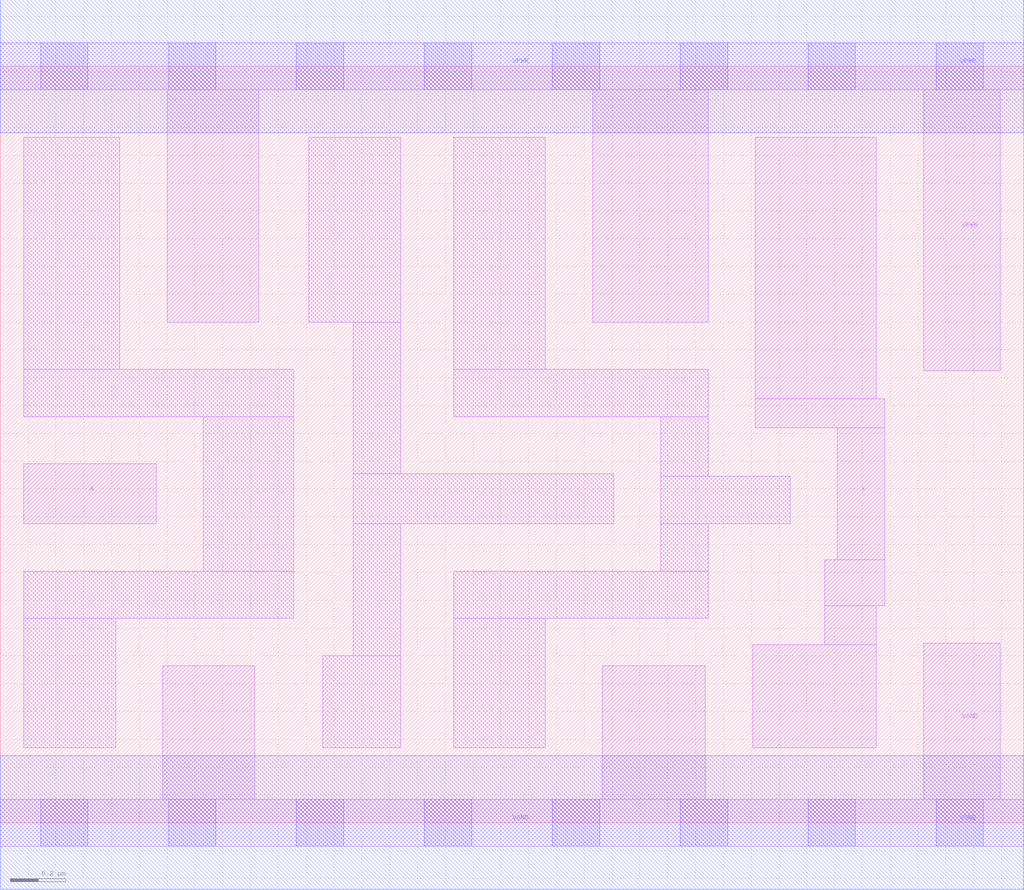
<source format=lef>
# Copyright 2020 The SkyWater PDK Authors
#
# Licensed under the Apache License, Version 2.0 (the "License");
# you may not use this file except in compliance with the License.
# You may obtain a copy of the License at
#
#     https://www.apache.org/licenses/LICENSE-2.0
#
# Unless required by applicable law or agreed to in writing, software
# distributed under the License is distributed on an "AS IS" BASIS,
# WITHOUT WARRANTIES OR CONDITIONS OF ANY KIND, either express or implied.
# See the License for the specific language governing permissions and
# limitations under the License.
#
# SPDX-License-Identifier: Apache-2.0

VERSION 5.7 ;
  NAMESCASESENSITIVE ON ;
  NOWIREEXTENSIONATPIN ON ;
  DIVIDERCHAR "/" ;
  BUSBITCHARS "[]" ;
UNITS
  DATABASE MICRONS 200 ;
END UNITS
MACRO sky130_fd_sc_hd__clkdlybuf4s18_2
  CLASS CORE ;
  SOURCE USER ;
  FOREIGN sky130_fd_sc_hd__clkdlybuf4s18_2 ;
  ORIGIN  0.000000  0.000000 ;
  SIZE  3.680000 BY  2.720000 ;
  SYMMETRY X Y R90 ;
  SITE unithd ;
  PIN A
    ANTENNAGATEAREA  0.213000 ;
    DIRECTION INPUT ;
    USE SIGNAL ;
    PORT
      LAYER li1 ;
        RECT 0.085000 1.075000 0.560000 1.290000 ;
    END
  END A
  PIN X
    ANTENNADIFFAREA  0.397600 ;
    DIRECTION OUTPUT ;
    USE SIGNAL ;
    PORT
      LAYER li1 ;
        RECT 2.705000 0.270000 3.150000 0.640000 ;
        RECT 2.715000 1.420000 3.180000 1.525000 ;
        RECT 2.715000 1.525000 3.150000 2.465000 ;
        RECT 2.965000 0.640000 3.150000 0.780000 ;
        RECT 2.965000 0.780000 3.180000 0.945000 ;
        RECT 3.010000 0.945000 3.180000 1.420000 ;
    END
  END X
  PIN VGND
    DIRECTION INOUT ;
    SHAPE ABUTMENT ;
    USE GROUND ;
    PORT
      LAYER li1 ;
        RECT 0.000000 -0.085000 3.680000 0.085000 ;
        RECT 0.585000  0.085000 0.915000 0.565000 ;
        RECT 2.165000  0.085000 2.535000 0.565000 ;
        RECT 3.320000  0.085000 3.595000 0.645000 ;
      LAYER mcon ;
        RECT 0.145000 -0.085000 0.315000 0.085000 ;
        RECT 0.605000 -0.085000 0.775000 0.085000 ;
        RECT 1.065000 -0.085000 1.235000 0.085000 ;
        RECT 1.525000 -0.085000 1.695000 0.085000 ;
        RECT 1.985000 -0.085000 2.155000 0.085000 ;
        RECT 2.445000 -0.085000 2.615000 0.085000 ;
        RECT 2.905000 -0.085000 3.075000 0.085000 ;
        RECT 3.365000 -0.085000 3.535000 0.085000 ;
      LAYER met1 ;
        RECT 0.000000 -0.240000 3.680000 0.240000 ;
    END
  END VGND
  PIN VPWR
    DIRECTION INOUT ;
    SHAPE ABUTMENT ;
    USE POWER ;
    PORT
      LAYER li1 ;
        RECT 0.000000 2.635000 3.680000 2.805000 ;
        RECT 0.600000 1.800000 0.930000 2.635000 ;
        RECT 2.130000 1.800000 2.545000 2.635000 ;
        RECT 3.320000 1.625000 3.595000 2.635000 ;
      LAYER mcon ;
        RECT 0.145000 2.635000 0.315000 2.805000 ;
        RECT 0.605000 2.635000 0.775000 2.805000 ;
        RECT 1.065000 2.635000 1.235000 2.805000 ;
        RECT 1.525000 2.635000 1.695000 2.805000 ;
        RECT 1.985000 2.635000 2.155000 2.805000 ;
        RECT 2.445000 2.635000 2.615000 2.805000 ;
        RECT 2.905000 2.635000 3.075000 2.805000 ;
        RECT 3.365000 2.635000 3.535000 2.805000 ;
      LAYER met1 ;
        RECT 0.000000 2.480000 3.680000 2.960000 ;
    END
  END VPWR
  OBS
    LAYER li1 ;
      RECT 0.085000 0.270000 0.415000 0.735000 ;
      RECT 0.085000 0.735000 1.055000 0.905000 ;
      RECT 0.085000 1.460000 1.055000 1.630000 ;
      RECT 0.085000 1.630000 0.430000 2.465000 ;
      RECT 0.730000 0.905000 1.055000 1.460000 ;
      RECT 1.110000 1.800000 1.440000 2.465000 ;
      RECT 1.160000 0.270000 1.440000 0.600000 ;
      RECT 1.270000 0.600000 1.440000 1.075000 ;
      RECT 1.270000 1.075000 2.205000 1.255000 ;
      RECT 1.270000 1.255000 1.440000 1.800000 ;
      RECT 1.630000 0.270000 1.960000 0.735000 ;
      RECT 1.630000 0.735000 2.545000 0.905000 ;
      RECT 1.630000 1.460000 2.545000 1.630000 ;
      RECT 1.630000 1.630000 1.960000 2.465000 ;
      RECT 2.375000 0.905000 2.545000 1.075000 ;
      RECT 2.375000 1.075000 2.840000 1.245000 ;
      RECT 2.375000 1.245000 2.545000 1.460000 ;
  END
END sky130_fd_sc_hd__clkdlybuf4s18_2
END LIBRARY

</source>
